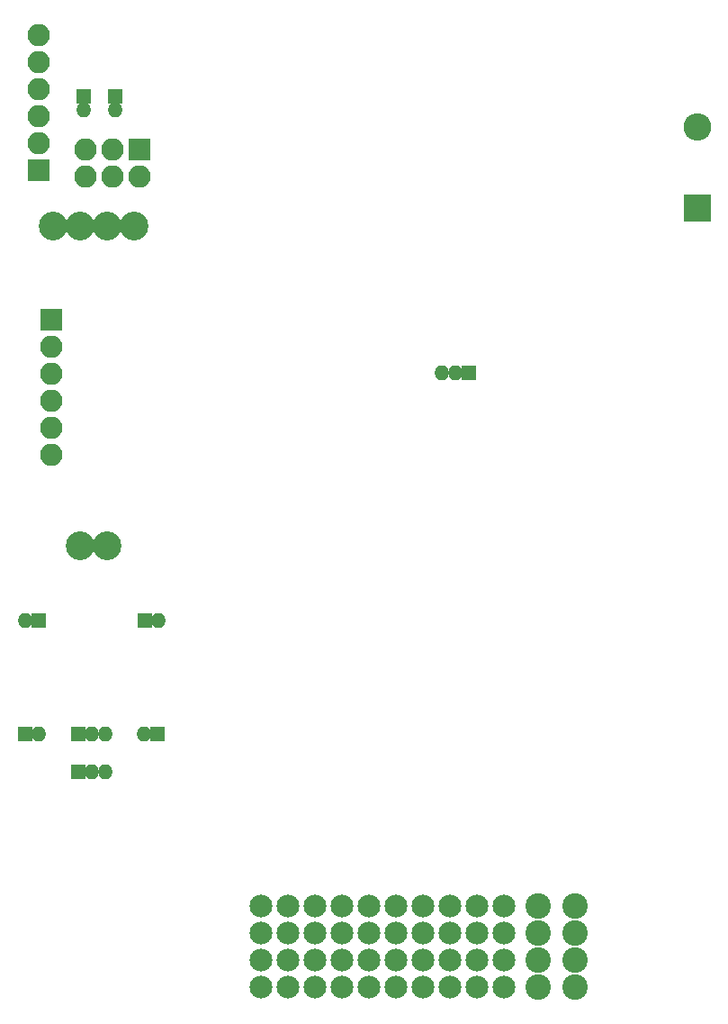
<source format=gbr>
G04 #@! TF.FileFunction,Soldermask,Bot*
%FSLAX46Y46*%
G04 Gerber Fmt 4.6, Leading zero omitted, Abs format (unit mm)*
G04 Created by KiCad (PCBNEW 4.0.2-stable) date 07.03.2018 18:51:45*
%MOMM*%
G01*
G04 APERTURE LIST*
%ADD10C,0.100000*%
%ADD11C,2.700000*%
%ADD12R,2.100000X2.100000*%
%ADD13O,2.100000X2.100000*%
%ADD14R,2.600000X2.600000*%
%ADD15O,2.600000X2.600000*%
%ADD16R,1.400000X1.400000*%
%ADD17O,1.400000X1.400000*%
%ADD18C,2.150000*%
%ADD19C,2.400000*%
G04 APERTURE END LIST*
D10*
D11*
X64420000Y-111500000D03*
X66960000Y-111500000D03*
X61880000Y-81500000D03*
X64420000Y-81500000D03*
X66960000Y-81500000D03*
X69500000Y-81500000D03*
D12*
X61750000Y-90250000D03*
D13*
X61750000Y-92790000D03*
X61750000Y-95330000D03*
X61750000Y-97870000D03*
X61750000Y-100410000D03*
X61750000Y-102950000D03*
D14*
X122500000Y-79750000D03*
D15*
X122500000Y-72130000D03*
D16*
X64750000Y-69250000D03*
D17*
X64750000Y-70520000D03*
D16*
X67750000Y-69250000D03*
D17*
X67750000Y-70520000D03*
D16*
X71750000Y-129250000D03*
D17*
X70480000Y-129250000D03*
D16*
X59250000Y-129250000D03*
D17*
X60520000Y-129250000D03*
D16*
X70500000Y-118500000D03*
D17*
X71770000Y-118500000D03*
D16*
X60500000Y-118500000D03*
D17*
X59230000Y-118500000D03*
D16*
X101000000Y-95250000D03*
D17*
X99730000Y-95250000D03*
X98460000Y-95250000D03*
D12*
X60500000Y-76250000D03*
D13*
X60500000Y-73710000D03*
X60500000Y-71170000D03*
X60500000Y-68630000D03*
X60500000Y-66090000D03*
X60500000Y-63550000D03*
D12*
X70000000Y-74250000D03*
D13*
X70000000Y-76790000D03*
X67460000Y-74250000D03*
X67460000Y-76790000D03*
X64920000Y-74250000D03*
X64920000Y-76790000D03*
D16*
X64250000Y-129250000D03*
D17*
X65520000Y-129250000D03*
X66790000Y-129250000D03*
D16*
X64250000Y-132750000D03*
D17*
X65520000Y-132750000D03*
X66790000Y-132750000D03*
D18*
X81460000Y-145360000D03*
D19*
X107520000Y-145360000D03*
X107520000Y-147900000D03*
X107520000Y-150440000D03*
X107520000Y-152980000D03*
X111020000Y-145360000D03*
X111020000Y-147900000D03*
X111020000Y-150440000D03*
X111020000Y-152980000D03*
D18*
X84000000Y-145360000D03*
X86540000Y-145360000D03*
X89080000Y-145360000D03*
X91620000Y-145360000D03*
X94160000Y-145360000D03*
X96700000Y-145360000D03*
X99240000Y-145360000D03*
X101780000Y-145360000D03*
X104320000Y-145360000D03*
X81460000Y-147900000D03*
X84000000Y-147900000D03*
X86540000Y-147900000D03*
X89080000Y-147900000D03*
X91620000Y-147900000D03*
X94160000Y-147900000D03*
X96700000Y-147900000D03*
X99240000Y-147900000D03*
X101780000Y-147900000D03*
X104320000Y-147900000D03*
X81460000Y-150440000D03*
X84000000Y-150440000D03*
X86540000Y-150440000D03*
X89080000Y-150440000D03*
X91620000Y-150440000D03*
X94160000Y-150440000D03*
X96700000Y-150440000D03*
X99240000Y-150440000D03*
X101780000Y-150440000D03*
X104320000Y-150440000D03*
X81460000Y-152980000D03*
X84000000Y-152980000D03*
X86540000Y-152980000D03*
X89080000Y-152980000D03*
X91620000Y-152980000D03*
X94160000Y-152980000D03*
X96700000Y-152980000D03*
X99240000Y-152980000D03*
X101780000Y-152980000D03*
X104320000Y-152980000D03*
M02*

</source>
